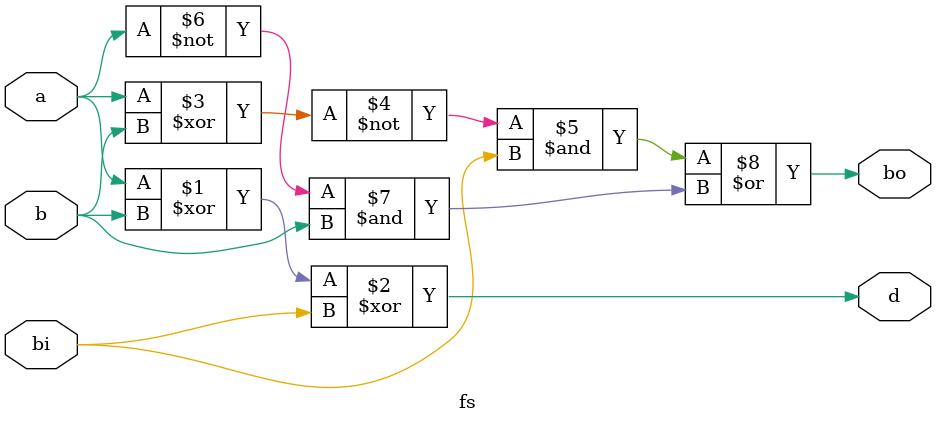
<source format=v>
`timescale 1ns / 1ps

module fs(
    input a, b, bi,
    output d, bo
    );
    assign d = a ^ b ^ bi;
    assign bo = (~(a ^ b) & bi) | (~a & b);
endmodule
</source>
